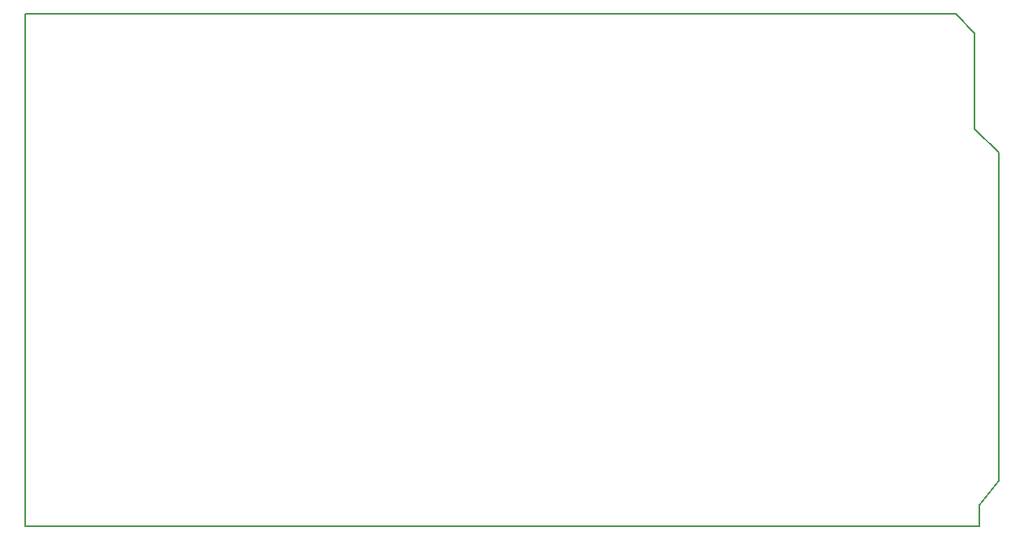
<source format=gm1>
G04 MADE WITH FRITZING*
G04 WWW.FRITZING.ORG*
G04 DOUBLE SIDED*
G04 HOLES PLATED*
G04 CONTOUR ON CENTER OF CONTOUR VECTOR*
%ASAXBY*%
%FSLAX23Y23*%
%MOIN*%
%OFA0B0*%
%SFA1.0B1.0*%
%ADD10C,0.008*%
%LNCONTOUR*%
G90*
G70*
G54D10*
X3897Y1639D02*
X3897Y2033D01*
X3818Y2111D01*
X0Y2111D01*
X0Y5D01*
X3917Y5D01*
X3917Y92D01*
X3995Y191D01*
X3996Y1541D01*
X3897Y1639D01*
D02*
G04 End of contour*
M02*
</source>
